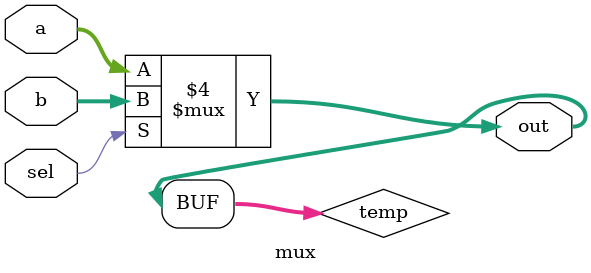
<source format=v>
module mux( 
input [4:0] a, b,
input sel,
output [4:0] out );
// When sel=0, assign a to out. 
// When sel=1, assign b to out.
reg [4:0]temp;
always @( sel or a or b ) begin
if(sel == 1) temp = b;
else temp = a;
end 
assign out = temp;
endmodule

</source>
